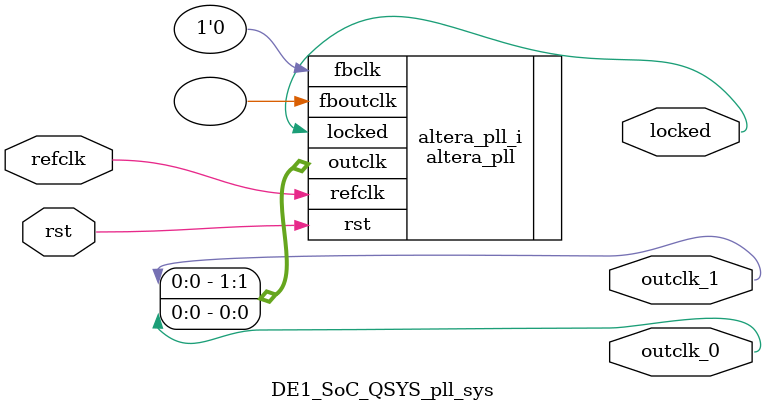
<source format=v>
`timescale 1ns/10ps
module  DE1_SoC_QSYS_pll_sys(

	// interface 'refclk'
	input wire refclk,

	// interface 'reset'
	input wire rst,

	// interface 'outclk0'
	output wire outclk_0,

	// interface 'outclk1'
	output wire outclk_1,

	// interface 'locked'
	output wire locked
);

	altera_pll #(
		.fractional_vco_multiplier("false"),
		.reference_clock_frequency("50.0 MHz"),
		.operation_mode("normal"),
		.number_of_clocks(2),
		.output_clock_frequency0("150.000000 MHz"),
		.phase_shift0("0 ps"),
		.duty_cycle0(50),
		.output_clock_frequency1("70.000000 MHz"),
		.phase_shift1("0 ps"),
		.duty_cycle1(50),
		.output_clock_frequency2("0 MHz"),
		.phase_shift2("0 ps"),
		.duty_cycle2(50),
		.output_clock_frequency3("0 MHz"),
		.phase_shift3("0 ps"),
		.duty_cycle3(50),
		.output_clock_frequency4("0 MHz"),
		.phase_shift4("0 ps"),
		.duty_cycle4(50),
		.output_clock_frequency5("0 MHz"),
		.phase_shift5("0 ps"),
		.duty_cycle5(50),
		.output_clock_frequency6("0 MHz"),
		.phase_shift6("0 ps"),
		.duty_cycle6(50),
		.output_clock_frequency7("0 MHz"),
		.phase_shift7("0 ps"),
		.duty_cycle7(50),
		.output_clock_frequency8("0 MHz"),
		.phase_shift8("0 ps"),
		.duty_cycle8(50),
		.output_clock_frequency9("0 MHz"),
		.phase_shift9("0 ps"),
		.duty_cycle9(50),
		.output_clock_frequency10("0 MHz"),
		.phase_shift10("0 ps"),
		.duty_cycle10(50),
		.output_clock_frequency11("0 MHz"),
		.phase_shift11("0 ps"),
		.duty_cycle11(50),
		.output_clock_frequency12("0 MHz"),
		.phase_shift12("0 ps"),
		.duty_cycle12(50),
		.output_clock_frequency13("0 MHz"),
		.phase_shift13("0 ps"),
		.duty_cycle13(50),
		.output_clock_frequency14("0 MHz"),
		.phase_shift14("0 ps"),
		.duty_cycle14(50),
		.output_clock_frequency15("0 MHz"),
		.phase_shift15("0 ps"),
		.duty_cycle15(50),
		.output_clock_frequency16("0 MHz"),
		.phase_shift16("0 ps"),
		.duty_cycle16(50),
		.output_clock_frequency17("0 MHz"),
		.phase_shift17("0 ps"),
		.duty_cycle17(50),
		.pll_type("General"),
		.pll_subtype("General")
	) altera_pll_i (
		.rst	(rst),
		.outclk	({outclk_1, outclk_0}),
		.locked	(locked),
		.fboutclk	( ),
		.fbclk	(1'b0),
		.refclk	(refclk)
	);
endmodule


</source>
